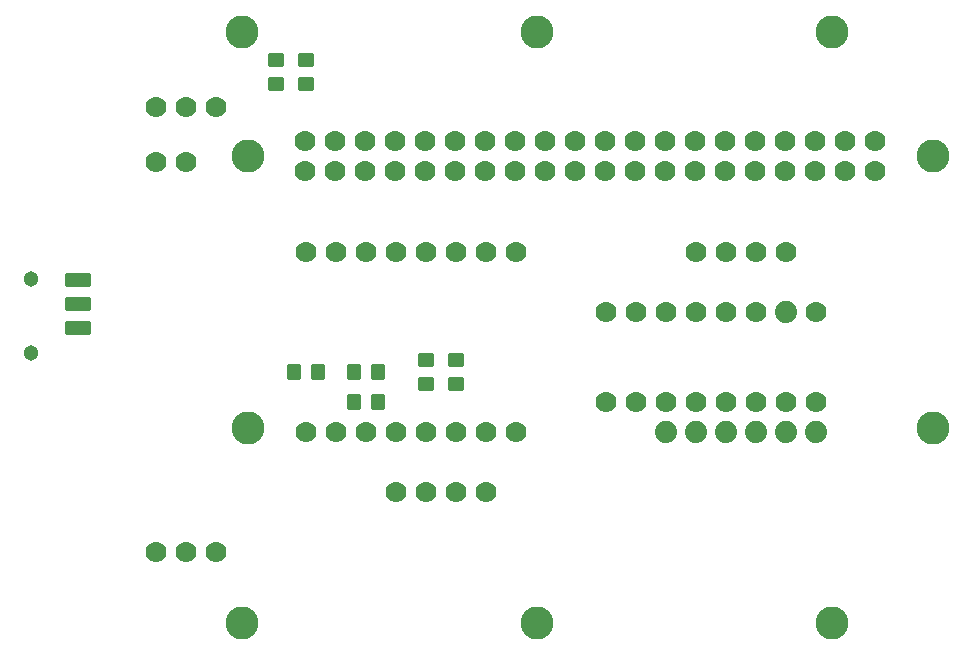
<source format=gbr>
%TF.GenerationSoftware,KiCad,Pcbnew,(6.0.7-1)-1*%
%TF.CreationDate,2022-09-15T19:16:24-07:00*%
%TF.ProjectId,KamiPCBv2,4b616d69-5043-4427-9632-2e6b69636164,rev?*%
%TF.SameCoordinates,Original*%
%TF.FileFunction,Soldermask,Top*%
%TF.FilePolarity,Negative*%
%FSLAX46Y46*%
G04 Gerber Fmt 4.6, Leading zero omitted, Abs format (unit mm)*
G04 Created by KiCad (PCBNEW (6.0.7-1)-1) date 2022-09-15 19:16:24*
%MOMM*%
%LPD*%
G01*
G04 APERTURE LIST*
G04 Aperture macros list*
%AMRoundRect*
0 Rectangle with rounded corners*
0 $1 Rounding radius*
0 $2 $3 $4 $5 $6 $7 $8 $9 X,Y pos of 4 corners*
0 Add a 4 corners polygon primitive as box body*
4,1,4,$2,$3,$4,$5,$6,$7,$8,$9,$2,$3,0*
0 Add four circle primitives for the rounded corners*
1,1,$1+$1,$2,$3*
1,1,$1+$1,$4,$5*
1,1,$1+$1,$6,$7*
1,1,$1+$1,$8,$9*
0 Add four rect primitives between the rounded corners*
20,1,$1+$1,$2,$3,$4,$5,0*
20,1,$1+$1,$4,$5,$6,$7,0*
20,1,$1+$1,$6,$7,$8,$9,0*
20,1,$1+$1,$8,$9,$2,$3,0*%
G04 Aperture macros list end*
%ADD10RoundRect,0.101600X-1.000000X0.500000X-1.000000X-0.500000X1.000000X-0.500000X1.000000X0.500000X0*%
%ADD11C,1.778000*%
%ADD12C,1.301600*%
%ADD13C,2.800000*%
%ADD14C,1.879600*%
%ADD15RoundRect,0.250000X-0.350000X-0.450000X0.350000X-0.450000X0.350000X0.450000X-0.350000X0.450000X0*%
%ADD16RoundRect,0.250000X-0.450000X0.350000X-0.450000X-0.350000X0.450000X-0.350000X0.450000X0.350000X0*%
%ADD17RoundRect,0.250000X0.450000X-0.350000X0.450000X0.350000X-0.450000X0.350000X-0.450000X-0.350000X0*%
G04 APERTURE END LIST*
D10*
%TO.C,*%
X105140000Y-104000000D03*
X105140000Y-108000000D03*
X105140000Y-106000000D03*
%TD*%
D11*
%TO.C,*%
X157480000Y-101600000D03*
%TD*%
%TO.C,*%
X160020000Y-101600000D03*
%TD*%
%TO.C,*%
X162560000Y-101600000D03*
%TD*%
%TO.C,*%
X165100000Y-101600000D03*
%TD*%
D12*
%TO.C,*%
X101140000Y-110125000D03*
%TD*%
%TO.C,*%
X101140000Y-103875000D03*
%TD*%
D13*
%TO.C,RPI1*%
X119500757Y-93503271D03*
X119500757Y-116503271D03*
X177500757Y-116503271D03*
X177500757Y-93503271D03*
D11*
X124370757Y-94773271D03*
X124370757Y-92233271D03*
X126910757Y-94773271D03*
X126910757Y-92233271D03*
X129450757Y-94773271D03*
X129450757Y-92233271D03*
X131990757Y-94773271D03*
X131990757Y-92233271D03*
X134530757Y-94773271D03*
X134530757Y-92233271D03*
X137070757Y-94773271D03*
X137070757Y-92233271D03*
X139610757Y-94773271D03*
X139610757Y-92233271D03*
X142150757Y-94773271D03*
X142150757Y-92233271D03*
X144690757Y-94773271D03*
X144690757Y-92233271D03*
X147230757Y-94773271D03*
X147230757Y-92233271D03*
X149770757Y-94773271D03*
X149770757Y-92233271D03*
X152310757Y-94773271D03*
X152310757Y-92233271D03*
X154850757Y-94773271D03*
X154850757Y-92233271D03*
X157390757Y-94773271D03*
X157390757Y-92233271D03*
X159930757Y-94773271D03*
X159930757Y-92233271D03*
X162470757Y-94773271D03*
X162470757Y-92233271D03*
X165010757Y-94773271D03*
X165010757Y-92233271D03*
X167550757Y-94773271D03*
X167550757Y-92233271D03*
X170090757Y-94773271D03*
X170090757Y-92233271D03*
X172630757Y-94773271D03*
X172630757Y-92233271D03*
%TD*%
D14*
%TO.C,*%
X167640000Y-116840000D03*
%TD*%
%TO.C,*%
X154940000Y-116840000D03*
%TD*%
%TO.C,*%
X160020000Y-116840000D03*
%TD*%
%TO.C,*%
X165100000Y-116840000D03*
%TD*%
D11*
%TO.C,*%
X149860000Y-114300000D03*
%TD*%
%TO.C,*%
X137160000Y-101600000D03*
%TD*%
D15*
%TO.C,*%
X125460000Y-111760000D03*
X123460000Y-111760000D03*
%TD*%
D13*
%TO.C,*%
X144000800Y-83003300D03*
%TD*%
D11*
%TO.C,*%
X132080000Y-101600000D03*
%TD*%
D16*
%TO.C,*%
X124460000Y-85360000D03*
X124460000Y-87360000D03*
%TD*%
D11*
%TO.C,*%
X152400000Y-114300000D03*
%TD*%
%TO.C,*%
X149860000Y-106680000D03*
%TD*%
D14*
%TO.C,*%
X165100000Y-106680000D03*
%TD*%
D13*
%TO.C,*%
X119000800Y-83003300D03*
%TD*%
D11*
%TO.C,*%
X114300000Y-89360000D03*
%TD*%
%TO.C,*%
X154940000Y-114300000D03*
%TD*%
D13*
%TO.C,*%
X169000800Y-133003300D03*
%TD*%
D11*
%TO.C,*%
X137160000Y-116840000D03*
%TD*%
%TO.C,*%
X157480000Y-114300000D03*
%TD*%
%TO.C,*%
X129540000Y-116840000D03*
%TD*%
%TO.C,*%
X137160000Y-121920000D03*
%TD*%
%TO.C,*%
X134620000Y-121920000D03*
%TD*%
%TO.C,*%
X127000000Y-101600000D03*
%TD*%
%TO.C,*%
X124460000Y-116840000D03*
%TD*%
%TO.C,*%
X129540000Y-101600000D03*
%TD*%
%TO.C,*%
X167640000Y-106680000D03*
%TD*%
%TO.C,*%
X111760000Y-89360000D03*
%TD*%
%TO.C,*%
X154940000Y-106680000D03*
%TD*%
D15*
%TO.C,*%
X128540000Y-111760000D03*
X130540000Y-111760000D03*
%TD*%
D17*
%TO.C,*%
X134620000Y-112760000D03*
X134620000Y-110760000D03*
%TD*%
D11*
%TO.C,*%
X139700000Y-121920000D03*
%TD*%
%TO.C,*%
X111760000Y-93980000D03*
%TD*%
%TO.C,*%
X139700000Y-101600000D03*
%TD*%
%TO.C,*%
X124460000Y-101600000D03*
%TD*%
%TO.C,*%
X165100000Y-114300000D03*
%TD*%
%TO.C,*%
X160020000Y-106680000D03*
%TD*%
%TO.C,*%
X114300000Y-127000000D03*
%TD*%
%TO.C,*%
X111760000Y-127000000D03*
%TD*%
%TO.C,*%
X152400000Y-106680000D03*
%TD*%
%TO.C,*%
X160020000Y-114300000D03*
%TD*%
%TO.C,*%
X139700000Y-116840000D03*
%TD*%
%TO.C,*%
X167640000Y-114300000D03*
%TD*%
D13*
%TO.C,*%
X119000800Y-133003300D03*
%TD*%
%TO.C,*%
X144000800Y-133003300D03*
%TD*%
D11*
%TO.C,*%
X134620000Y-116840000D03*
%TD*%
%TO.C,*%
X162560000Y-106680000D03*
%TD*%
%TO.C,*%
X142240000Y-101600000D03*
%TD*%
D17*
%TO.C,*%
X137160000Y-110760000D03*
X137160000Y-112760000D03*
%TD*%
D11*
%TO.C,*%
X142240000Y-116840000D03*
%TD*%
%TO.C,*%
X162560000Y-114300000D03*
%TD*%
D14*
%TO.C,*%
X157480000Y-116840000D03*
%TD*%
D11*
%TO.C,*%
X134620000Y-101600000D03*
%TD*%
D15*
%TO.C,*%
X128540000Y-114300000D03*
X130540000Y-114300000D03*
%TD*%
D11*
%TO.C,*%
X127000000Y-116840000D03*
%TD*%
D14*
%TO.C,*%
X162560000Y-116840000D03*
%TD*%
D11*
%TO.C,*%
X132080000Y-121920000D03*
%TD*%
%TO.C,*%
X132080000Y-116840000D03*
%TD*%
%TO.C,*%
X116840000Y-89360000D03*
%TD*%
%TO.C,*%
X157480000Y-106680000D03*
%TD*%
D13*
%TO.C,*%
X169000800Y-83003300D03*
%TD*%
D11*
%TO.C,*%
X116840000Y-127000000D03*
%TD*%
%TO.C,*%
X114300000Y-93980000D03*
%TD*%
D16*
%TO.C,*%
X121920000Y-85360000D03*
X121920000Y-87360000D03*
%TD*%
M02*

</source>
